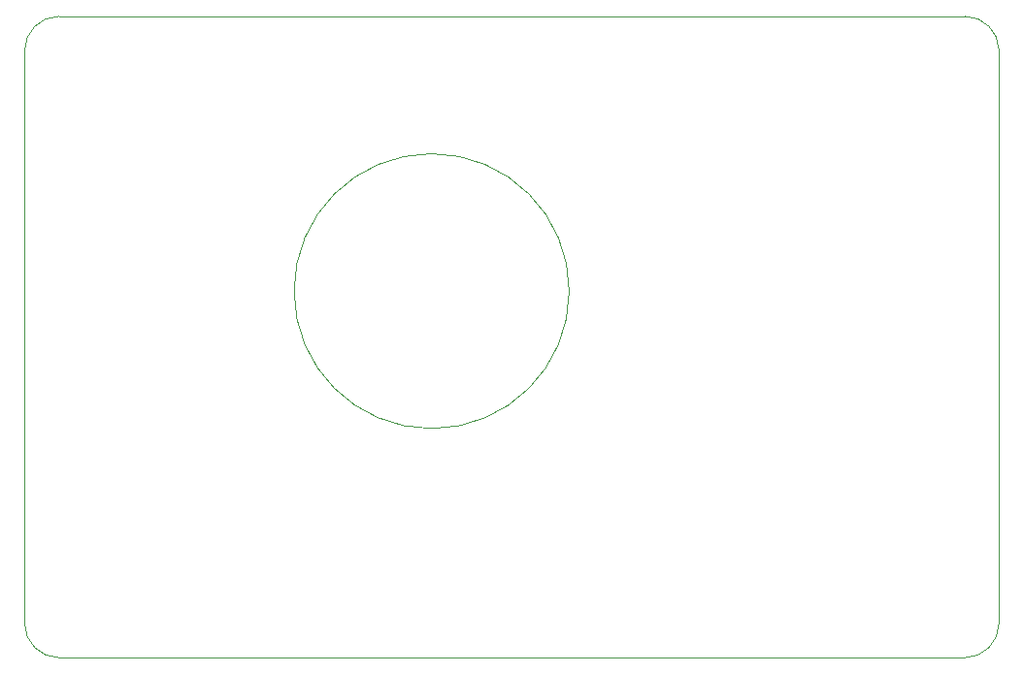
<source format=gbr>
%TF.GenerationSoftware,KiCad,Pcbnew,(6.0.2)*%
%TF.CreationDate,2022-03-12T22:20:02+01:00*%
%TF.ProjectId,GrasPiB_v1,47726173-5069-4425-9f76-312e6b696361,3*%
%TF.SameCoordinates,PX6779420PY3305860*%
%TF.FileFunction,Profile,NP*%
%FSLAX46Y46*%
G04 Gerber Fmt 4.6, Leading zero omitted, Abs format (unit mm)*
G04 Created by KiCad (PCBNEW (6.0.2)) date 2022-03-12 22:20:02*
%MOMM*%
%LPD*%
G01*
G04 APERTURE LIST*
%TA.AperFunction,Profile*%
%ADD10C,0.050000*%
%TD*%
G04 APERTURE END LIST*
D10*
X3000000Y-56000000D02*
X82000000Y-56000000D01*
X85000000Y-53000000D02*
X85000000Y-3000000D01*
X82000000Y0D02*
X3000000Y0D01*
X0Y-3000000D02*
X0Y-53000000D01*
X47500000Y-24000000D02*
G75*
G03*
X47500000Y-24000000I-12000000J0D01*
G01*
X3000000Y0D02*
G75*
G03*
X0Y-3000000I1J-3000001D01*
G01*
X85000000Y-3000000D02*
G75*
G03*
X82000000Y0I-3000001J-1D01*
G01*
X82000000Y-56000000D02*
G75*
G03*
X85000000Y-53000000I-1J3000001D01*
G01*
X0Y-53000000D02*
G75*
G03*
X3000000Y-56000000I3000001J1D01*
G01*
M02*

</source>
